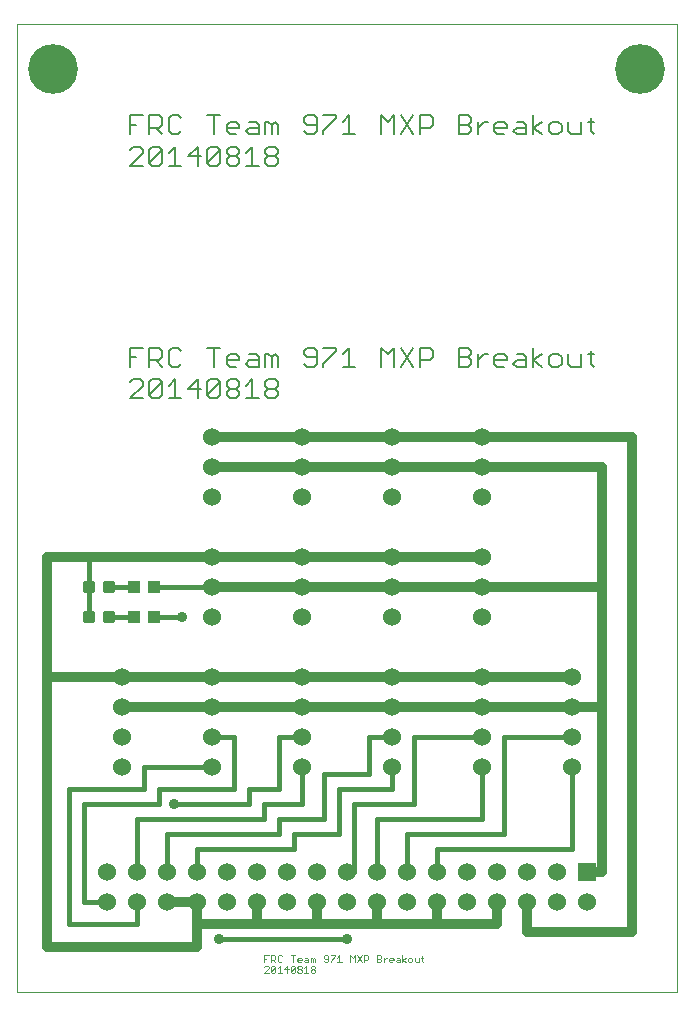
<source format=gtl>
G75*
%MOIN*%
%OFA0B0*%
%FSLAX24Y24*%
%IPPOS*%
%LPD*%
%AMOC8*
5,1,8,0,0,1.08239X$1,22.5*
%
%ADD10C,0.0000*%
%ADD11C,0.0020*%
%ADD12C,0.0060*%
%ADD13C,0.0600*%
%ADD14R,0.0600X0.0600*%
%ADD15C,0.0118*%
%ADD16R,0.0433X0.0394*%
%ADD17C,0.0160*%
%ADD18C,0.0356*%
%ADD19C,0.0320*%
%ADD20C,0.1660*%
D10*
X000100Y000100D02*
X000100Y032350D01*
X022100Y032350D01*
X022100Y000100D01*
X000100Y000100D01*
D11*
X008360Y000735D02*
X008507Y000882D01*
X008507Y000918D01*
X008470Y000955D01*
X008397Y000955D01*
X008360Y000918D01*
X008360Y001095D02*
X008360Y001315D01*
X008507Y001315D01*
X008581Y001315D02*
X008691Y001315D01*
X008728Y001278D01*
X008728Y001205D01*
X008691Y001168D01*
X008581Y001168D01*
X008581Y001095D02*
X008581Y001315D01*
X008654Y001168D02*
X008728Y001095D01*
X008802Y001132D02*
X008839Y001095D01*
X008912Y001095D01*
X008949Y001132D01*
X008949Y001278D02*
X008912Y001315D01*
X008839Y001315D01*
X008802Y001278D01*
X008802Y001132D01*
X008875Y000955D02*
X008875Y000735D01*
X008802Y000735D02*
X008949Y000735D01*
X009023Y000845D02*
X009170Y000845D01*
X009244Y000772D02*
X009391Y000918D01*
X009391Y000772D01*
X009354Y000735D01*
X009281Y000735D01*
X009244Y000772D01*
X009244Y000918D01*
X009281Y000955D01*
X009354Y000955D01*
X009391Y000918D01*
X009465Y000918D02*
X009465Y000882D01*
X009502Y000845D01*
X009575Y000845D01*
X009612Y000808D01*
X009612Y000772D01*
X009575Y000735D01*
X009502Y000735D01*
X009465Y000772D01*
X009465Y000808D01*
X009502Y000845D01*
X009575Y000845D02*
X009612Y000882D01*
X009612Y000918D01*
X009575Y000955D01*
X009502Y000955D01*
X009465Y000918D01*
X009502Y001095D02*
X009465Y001132D01*
X009465Y001205D01*
X009502Y001242D01*
X009575Y001242D01*
X009612Y001205D01*
X009612Y001168D01*
X009465Y001168D01*
X009502Y001095D02*
X009575Y001095D01*
X009686Y001132D02*
X009723Y001168D01*
X009833Y001168D01*
X009833Y001205D02*
X009833Y001095D01*
X009723Y001095D01*
X009686Y001132D01*
X009723Y001242D02*
X009796Y001242D01*
X009833Y001205D01*
X009907Y001242D02*
X009944Y001242D01*
X009980Y001205D01*
X010017Y001242D01*
X010054Y001205D01*
X010054Y001095D01*
X009980Y001095D02*
X009980Y001205D01*
X009907Y001242D02*
X009907Y001095D01*
X009944Y000955D02*
X010017Y000955D01*
X010054Y000918D01*
X010054Y000882D01*
X010017Y000845D01*
X009944Y000845D01*
X009907Y000882D01*
X009907Y000918D01*
X009944Y000955D01*
X009944Y000845D02*
X009907Y000808D01*
X009907Y000772D01*
X009944Y000735D01*
X010017Y000735D01*
X010054Y000772D01*
X010054Y000808D01*
X010017Y000845D01*
X009833Y000735D02*
X009686Y000735D01*
X009759Y000735D02*
X009759Y000955D01*
X009686Y000882D01*
X009317Y001095D02*
X009317Y001315D01*
X009244Y001315D02*
X009391Y001315D01*
X009133Y000955D02*
X009023Y000845D01*
X009133Y000735D02*
X009133Y000955D01*
X008875Y000955D02*
X008802Y000882D01*
X008728Y000918D02*
X008581Y000772D01*
X008618Y000735D01*
X008691Y000735D01*
X008728Y000772D01*
X008728Y000918D01*
X008691Y000955D01*
X008618Y000955D01*
X008581Y000918D01*
X008581Y000772D01*
X008507Y000735D02*
X008360Y000735D01*
X008360Y001205D02*
X008433Y001205D01*
X010349Y001242D02*
X010386Y001205D01*
X010496Y001205D01*
X010496Y001132D02*
X010496Y001278D01*
X010459Y001315D01*
X010386Y001315D01*
X010349Y001278D01*
X010349Y001242D01*
X010349Y001132D02*
X010386Y001095D01*
X010459Y001095D01*
X010496Y001132D01*
X010570Y001132D02*
X010570Y001095D01*
X010570Y001132D02*
X010717Y001278D01*
X010717Y001315D01*
X010570Y001315D01*
X010791Y001242D02*
X010864Y001315D01*
X010864Y001095D01*
X010791Y001095D02*
X010938Y001095D01*
X011233Y001095D02*
X011233Y001315D01*
X011306Y001242D01*
X011380Y001315D01*
X011380Y001095D01*
X011454Y001095D02*
X011601Y001315D01*
X011675Y001315D02*
X011785Y001315D01*
X011822Y001278D01*
X011822Y001205D01*
X011785Y001168D01*
X011675Y001168D01*
X011675Y001095D02*
X011675Y001315D01*
X011454Y001315D02*
X011601Y001095D01*
X012117Y001095D02*
X012227Y001095D01*
X012264Y001132D01*
X012264Y001168D01*
X012227Y001205D01*
X012117Y001205D01*
X012227Y001205D02*
X012264Y001242D01*
X012264Y001278D01*
X012227Y001315D01*
X012117Y001315D01*
X012117Y001095D01*
X012338Y001095D02*
X012338Y001242D01*
X012411Y001242D02*
X012448Y001242D01*
X012411Y001242D02*
X012338Y001168D01*
X012522Y001168D02*
X012669Y001168D01*
X012669Y001205D01*
X012632Y001242D01*
X012559Y001242D01*
X012522Y001205D01*
X012522Y001132D01*
X012559Y001095D01*
X012632Y001095D01*
X012743Y001132D02*
X012780Y001168D01*
X012890Y001168D01*
X012890Y001205D02*
X012890Y001095D01*
X012780Y001095D01*
X012743Y001132D01*
X012780Y001242D02*
X012853Y001242D01*
X012890Y001205D01*
X012964Y001168D02*
X013074Y001242D01*
X013148Y001205D02*
X013148Y001132D01*
X013185Y001095D01*
X013258Y001095D01*
X013295Y001132D01*
X013295Y001205D01*
X013258Y001242D01*
X013185Y001242D01*
X013148Y001205D01*
X013074Y001095D02*
X012964Y001168D01*
X012964Y001095D02*
X012964Y001315D01*
X013369Y001242D02*
X013369Y001132D01*
X013406Y001095D01*
X013516Y001095D01*
X013516Y001242D01*
X013590Y001242D02*
X013663Y001242D01*
X013627Y001278D02*
X013627Y001132D01*
X013663Y001095D01*
D12*
X008712Y019880D02*
X008499Y019880D01*
X008392Y019987D01*
X008392Y020094D01*
X008499Y020200D01*
X008712Y020200D01*
X008819Y020094D01*
X008819Y019987D01*
X008712Y019880D01*
X008712Y020200D02*
X008819Y020307D01*
X008819Y020414D01*
X008712Y020521D01*
X008499Y020521D01*
X008392Y020414D01*
X008392Y020307D01*
X008499Y020200D01*
X008174Y019880D02*
X007747Y019880D01*
X007961Y019880D02*
X007961Y020521D01*
X007747Y020307D01*
X007530Y020307D02*
X007423Y020200D01*
X007210Y020200D01*
X007103Y020307D01*
X007103Y020414D01*
X007210Y020521D01*
X007423Y020521D01*
X007530Y020414D01*
X007530Y020307D01*
X007423Y020200D02*
X007530Y020094D01*
X007530Y019987D01*
X007423Y019880D01*
X007210Y019880D01*
X007103Y019987D01*
X007103Y020094D01*
X007210Y020200D01*
X006885Y019987D02*
X006778Y019880D01*
X006565Y019880D01*
X006458Y019987D01*
X006885Y020414D01*
X006885Y019987D01*
X006885Y020414D02*
X006778Y020521D01*
X006565Y020521D01*
X006458Y020414D01*
X006458Y019987D01*
X006241Y020200D02*
X005814Y020200D01*
X006134Y020521D01*
X006134Y019880D01*
X005596Y019880D02*
X005169Y019880D01*
X005383Y019880D02*
X005383Y020521D01*
X005169Y020307D01*
X004952Y020414D02*
X004952Y019987D01*
X004845Y019880D01*
X004631Y019880D01*
X004525Y019987D01*
X004952Y020414D01*
X004845Y020521D01*
X004631Y020521D01*
X004525Y020414D01*
X004525Y019987D01*
X004307Y019880D02*
X003880Y019880D01*
X004307Y020307D01*
X004307Y020414D01*
X004200Y020521D01*
X003987Y020521D01*
X003880Y020414D01*
X003880Y020930D02*
X003880Y021571D01*
X004307Y021571D01*
X004525Y021571D02*
X004845Y021571D01*
X004952Y021464D01*
X004952Y021250D01*
X004845Y021144D01*
X004525Y021144D01*
X004738Y021144D02*
X004952Y020930D01*
X005169Y021037D02*
X005276Y020930D01*
X005489Y020930D01*
X005596Y021037D01*
X005596Y021464D02*
X005489Y021571D01*
X005276Y021571D01*
X005169Y021464D01*
X005169Y021037D01*
X004525Y020930D02*
X004525Y021571D01*
X004094Y021250D02*
X003880Y021250D01*
X006458Y021571D02*
X006885Y021571D01*
X006672Y021571D02*
X006672Y020930D01*
X007103Y021037D02*
X007103Y021250D01*
X007210Y021357D01*
X007423Y021357D01*
X007530Y021250D01*
X007530Y021144D01*
X007103Y021144D01*
X007103Y021037D02*
X007210Y020930D01*
X007423Y020930D01*
X007747Y021037D02*
X007854Y021144D01*
X008174Y021144D01*
X008174Y021250D02*
X008174Y020930D01*
X007854Y020930D01*
X007747Y021037D01*
X007854Y021357D02*
X008068Y021357D01*
X008174Y021250D01*
X008392Y021357D02*
X008392Y020930D01*
X008605Y020930D02*
X008605Y021250D01*
X008712Y021357D01*
X008819Y021250D01*
X008819Y020930D01*
X008605Y021250D02*
X008499Y021357D01*
X008392Y021357D01*
X009681Y021357D02*
X009788Y021250D01*
X010108Y021250D01*
X010108Y021037D02*
X010108Y021464D01*
X010001Y021571D01*
X009788Y021571D01*
X009681Y021464D01*
X009681Y021357D01*
X009681Y021037D02*
X009788Y020930D01*
X010001Y020930D01*
X010108Y021037D01*
X010325Y021037D02*
X010325Y020930D01*
X010325Y021037D02*
X010753Y021464D01*
X010753Y021571D01*
X010325Y021571D01*
X010970Y021357D02*
X011184Y021571D01*
X011184Y020930D01*
X011397Y020930D02*
X010970Y020930D01*
X012259Y020930D02*
X012259Y021571D01*
X012473Y021357D01*
X012686Y021571D01*
X012686Y020930D01*
X012904Y020930D02*
X013331Y021571D01*
X013548Y021571D02*
X013869Y021571D01*
X013975Y021464D01*
X013975Y021250D01*
X013869Y021144D01*
X013548Y021144D01*
X013548Y020930D02*
X013548Y021571D01*
X012904Y021571D02*
X013331Y020930D01*
X014837Y020930D02*
X015158Y020930D01*
X015264Y021037D01*
X015264Y021144D01*
X015158Y021250D01*
X014837Y021250D01*
X014837Y020930D02*
X014837Y021571D01*
X015158Y021571D01*
X015264Y021464D01*
X015264Y021357D01*
X015158Y021250D01*
X015482Y021144D02*
X015695Y021357D01*
X015802Y021357D01*
X016019Y021250D02*
X016019Y021037D01*
X016126Y020930D01*
X016339Y020930D01*
X016446Y021144D02*
X016019Y021144D01*
X016019Y021250D02*
X016126Y021357D01*
X016339Y021357D01*
X016446Y021250D01*
X016446Y021144D01*
X016664Y021037D02*
X016770Y021144D01*
X017091Y021144D01*
X017091Y021250D02*
X017091Y020930D01*
X016770Y020930D01*
X016664Y021037D01*
X016770Y021357D02*
X016984Y021357D01*
X017091Y021250D01*
X017308Y021144D02*
X017628Y021357D01*
X017845Y021250D02*
X017845Y021037D01*
X017952Y020930D01*
X018166Y020930D01*
X018272Y021037D01*
X018272Y021250D01*
X018166Y021357D01*
X017952Y021357D01*
X017845Y021250D01*
X017628Y020930D02*
X017308Y021144D01*
X017308Y020930D02*
X017308Y021571D01*
X018490Y021357D02*
X018490Y021037D01*
X018597Y020930D01*
X018917Y020930D01*
X018917Y021357D01*
X019134Y021357D02*
X019348Y021357D01*
X019241Y021464D02*
X019241Y021037D01*
X019348Y020930D01*
X015482Y020930D02*
X015482Y021357D01*
X015482Y028680D02*
X015482Y029107D01*
X015482Y028894D02*
X015695Y029107D01*
X015802Y029107D01*
X016019Y029000D02*
X016019Y028787D01*
X016126Y028680D01*
X016339Y028680D01*
X016446Y028894D02*
X016019Y028894D01*
X016019Y029000D02*
X016126Y029107D01*
X016339Y029107D01*
X016446Y029000D01*
X016446Y028894D01*
X016664Y028787D02*
X016770Y028894D01*
X017091Y028894D01*
X017091Y029000D02*
X017091Y028680D01*
X016770Y028680D01*
X016664Y028787D01*
X016770Y029107D02*
X016984Y029107D01*
X017091Y029000D01*
X017308Y028894D02*
X017628Y029107D01*
X017845Y029000D02*
X017845Y028787D01*
X017952Y028680D01*
X018166Y028680D01*
X018272Y028787D01*
X018272Y029000D01*
X018166Y029107D01*
X017952Y029107D01*
X017845Y029000D01*
X017628Y028680D02*
X017308Y028894D01*
X017308Y028680D02*
X017308Y029321D01*
X018490Y029107D02*
X018490Y028787D01*
X018597Y028680D01*
X018917Y028680D01*
X018917Y029107D01*
X019134Y029107D02*
X019348Y029107D01*
X019241Y029214D02*
X019241Y028787D01*
X019348Y028680D01*
X015264Y028787D02*
X015158Y028680D01*
X014837Y028680D01*
X014837Y029321D01*
X015158Y029321D01*
X015264Y029214D01*
X015264Y029107D01*
X015158Y029000D01*
X014837Y029000D01*
X015158Y029000D02*
X015264Y028894D01*
X015264Y028787D01*
X013975Y029000D02*
X013869Y028894D01*
X013548Y028894D01*
X013548Y028680D02*
X013548Y029321D01*
X013869Y029321D01*
X013975Y029214D01*
X013975Y029000D01*
X013331Y028680D02*
X012904Y029321D01*
X012686Y029321D02*
X012686Y028680D01*
X012904Y028680D02*
X013331Y029321D01*
X012686Y029321D02*
X012473Y029107D01*
X012259Y029321D01*
X012259Y028680D01*
X011397Y028680D02*
X010970Y028680D01*
X011184Y028680D02*
X011184Y029321D01*
X010970Y029107D01*
X010753Y029214D02*
X010325Y028787D01*
X010325Y028680D01*
X010108Y028787D02*
X010108Y029214D01*
X010001Y029321D01*
X009788Y029321D01*
X009681Y029214D01*
X009681Y029107D01*
X009788Y029000D01*
X010108Y029000D01*
X010108Y028787D02*
X010001Y028680D01*
X009788Y028680D01*
X009681Y028787D01*
X010325Y029321D02*
X010753Y029321D01*
X010753Y029214D01*
X008819Y029000D02*
X008819Y028680D01*
X008605Y028680D02*
X008605Y029000D01*
X008712Y029107D01*
X008819Y029000D01*
X008605Y029000D02*
X008499Y029107D01*
X008392Y029107D01*
X008392Y028680D01*
X008174Y028680D02*
X008174Y029000D01*
X008068Y029107D01*
X007854Y029107D01*
X007854Y028894D02*
X008174Y028894D01*
X008174Y028680D02*
X007854Y028680D01*
X007747Y028787D01*
X007854Y028894D01*
X007530Y028894D02*
X007103Y028894D01*
X007103Y029000D02*
X007210Y029107D01*
X007423Y029107D01*
X007530Y029000D01*
X007530Y028894D01*
X007423Y028680D02*
X007210Y028680D01*
X007103Y028787D01*
X007103Y029000D01*
X006885Y029321D02*
X006458Y029321D01*
X006672Y029321D02*
X006672Y028680D01*
X006565Y028271D02*
X006778Y028271D01*
X006885Y028164D01*
X006458Y027737D01*
X006565Y027630D01*
X006778Y027630D01*
X006885Y027737D01*
X006885Y028164D01*
X007103Y028164D02*
X007103Y028057D01*
X007210Y027950D01*
X007423Y027950D01*
X007530Y027844D01*
X007530Y027737D01*
X007423Y027630D01*
X007210Y027630D01*
X007103Y027737D01*
X007103Y027844D01*
X007210Y027950D01*
X007423Y027950D02*
X007530Y028057D01*
X007530Y028164D01*
X007423Y028271D01*
X007210Y028271D01*
X007103Y028164D01*
X006565Y028271D02*
X006458Y028164D01*
X006458Y027737D01*
X006241Y027950D02*
X005814Y027950D01*
X006134Y028271D01*
X006134Y027630D01*
X005596Y027630D02*
X005169Y027630D01*
X005383Y027630D02*
X005383Y028271D01*
X005169Y028057D01*
X004952Y028164D02*
X004952Y027737D01*
X004845Y027630D01*
X004631Y027630D01*
X004525Y027737D01*
X004952Y028164D01*
X004845Y028271D01*
X004631Y028271D01*
X004525Y028164D01*
X004525Y027737D01*
X004307Y027630D02*
X003880Y027630D01*
X004307Y028057D01*
X004307Y028164D01*
X004200Y028271D01*
X003987Y028271D01*
X003880Y028164D01*
X003880Y028680D02*
X003880Y029321D01*
X004307Y029321D01*
X004525Y029321D02*
X004845Y029321D01*
X004952Y029214D01*
X004952Y029000D01*
X004845Y028894D01*
X004525Y028894D01*
X004738Y028894D02*
X004952Y028680D01*
X005169Y028787D02*
X005276Y028680D01*
X005489Y028680D01*
X005596Y028787D01*
X005596Y029214D02*
X005489Y029321D01*
X005276Y029321D01*
X005169Y029214D01*
X005169Y028787D01*
X004525Y028680D02*
X004525Y029321D01*
X004094Y029000D02*
X003880Y029000D01*
X007747Y028057D02*
X007961Y028271D01*
X007961Y027630D01*
X008174Y027630D02*
X007747Y027630D01*
X008392Y027737D02*
X008392Y027844D01*
X008499Y027950D01*
X008712Y027950D01*
X008819Y027844D01*
X008819Y027737D01*
X008712Y027630D01*
X008499Y027630D01*
X008392Y027737D01*
X008499Y027950D02*
X008392Y028057D01*
X008392Y028164D01*
X008499Y028271D01*
X008712Y028271D01*
X008819Y028164D01*
X008819Y028057D01*
X008712Y027950D01*
D13*
X009600Y018600D03*
X009600Y017600D03*
X009600Y016600D03*
X009600Y014600D03*
X009600Y013600D03*
X009600Y012600D03*
X009600Y010600D03*
X009600Y009600D03*
X009600Y008600D03*
X009600Y007600D03*
X009100Y004100D03*
X009100Y003100D03*
X008100Y003100D03*
X008100Y004100D03*
X007100Y004100D03*
X007100Y003100D03*
X006100Y003100D03*
X006100Y004100D03*
X005100Y004100D03*
X005100Y003100D03*
X004100Y003100D03*
X004100Y004100D03*
X003100Y004100D03*
X003100Y003100D03*
X003600Y007600D03*
X003600Y008600D03*
X003600Y009600D03*
X003600Y010600D03*
X006600Y010600D03*
X006600Y009600D03*
X006600Y008600D03*
X006600Y007600D03*
X006600Y012600D03*
X006600Y013600D03*
X006600Y014600D03*
X006600Y016600D03*
X006600Y017600D03*
X006600Y018600D03*
X012600Y018600D03*
X012600Y017600D03*
X012600Y016600D03*
X012600Y014600D03*
X012600Y013600D03*
X012600Y012600D03*
X012600Y010600D03*
X012600Y009600D03*
X012600Y008600D03*
X012600Y007600D03*
X012100Y004100D03*
X012100Y003100D03*
X011100Y003100D03*
X011100Y004100D03*
X010100Y004100D03*
X010100Y003100D03*
X013100Y003100D03*
X013100Y004100D03*
X014100Y004100D03*
X014100Y003100D03*
X015100Y003100D03*
X015100Y004100D03*
X016100Y004100D03*
X016100Y003100D03*
X017100Y003100D03*
X017100Y004100D03*
X018100Y004100D03*
X018100Y003100D03*
X019100Y003100D03*
X018600Y007600D03*
X018600Y008600D03*
X018600Y009600D03*
X018600Y010600D03*
X015600Y010600D03*
X015600Y009600D03*
X015600Y008600D03*
X015600Y007600D03*
X015600Y012600D03*
X015600Y013600D03*
X015600Y014600D03*
X015600Y016600D03*
X015600Y017600D03*
X015600Y018600D03*
D14*
X019100Y004100D03*
D15*
X003333Y012462D02*
X003333Y012738D01*
X003333Y012462D02*
X003057Y012462D01*
X003057Y012738D01*
X003333Y012738D01*
X003333Y012579D02*
X003057Y012579D01*
X003057Y012696D02*
X003333Y012696D01*
X003333Y013462D02*
X003333Y013738D01*
X003333Y013462D02*
X003057Y013462D01*
X003057Y013738D01*
X003333Y013738D01*
X003333Y013579D02*
X003057Y013579D01*
X003057Y013696D02*
X003333Y013696D01*
X002643Y013738D02*
X002643Y013462D01*
X002367Y013462D01*
X002367Y013738D01*
X002643Y013738D01*
X002643Y013579D02*
X002367Y013579D01*
X002367Y013696D02*
X002643Y013696D01*
X002643Y012738D02*
X002643Y012462D01*
X002367Y012462D01*
X002367Y012738D01*
X002643Y012738D01*
X002643Y012579D02*
X002367Y012579D01*
X002367Y012696D02*
X002643Y012696D01*
D16*
X004015Y012600D03*
X004685Y012600D03*
X004685Y013600D03*
X004015Y013600D03*
D17*
X003195Y013600D01*
X002505Y013600D02*
X002505Y012600D01*
X003195Y012600D02*
X004015Y012600D01*
X004685Y012600D02*
X005600Y012600D01*
X004685Y013600D02*
X006600Y013600D01*
X006600Y008600D02*
X007350Y008600D01*
X007350Y006850D01*
X004850Y006850D01*
X004850Y006350D01*
X002350Y006350D01*
X002350Y003100D01*
X003100Y003100D01*
X004100Y003100D02*
X004100Y002350D01*
X001850Y002350D01*
X001850Y006850D01*
X004350Y006850D01*
X004350Y007600D01*
X006600Y007600D01*
X007850Y006350D02*
X005350Y006350D01*
X005100Y005350D02*
X005100Y004100D01*
X004100Y004100D02*
X004100Y005850D01*
X008350Y005850D01*
X008350Y006350D01*
X009600Y006350D01*
X009600Y007600D01*
X010350Y007350D02*
X010350Y005850D01*
X008850Y005850D01*
X008850Y005350D01*
X005100Y005350D01*
X006100Y004850D02*
X006100Y004100D01*
X006100Y004850D02*
X009350Y004850D01*
X009350Y005350D01*
X010850Y005350D01*
X010850Y006850D01*
X012600Y006850D01*
X012600Y007600D01*
X011850Y007350D02*
X011850Y008600D01*
X012600Y008600D01*
X013350Y008600D02*
X013350Y006350D01*
X011350Y006350D01*
X011350Y004100D01*
X011100Y004100D01*
X012100Y004100D02*
X012100Y005850D01*
X015600Y005850D01*
X015600Y007600D01*
X015600Y008600D02*
X013350Y008600D01*
X011850Y007350D02*
X010350Y007350D01*
X009600Y008600D02*
X008850Y008600D01*
X008850Y006850D01*
X007850Y006850D01*
X007850Y006350D01*
X006850Y001850D02*
X011100Y001850D01*
X013100Y004100D02*
X013100Y005350D01*
X016350Y005350D01*
X016350Y008600D01*
X018600Y008600D01*
X018600Y007600D02*
X018600Y004850D01*
X014100Y004850D01*
X014100Y004100D01*
X002505Y013600D02*
X002500Y013600D01*
X002500Y014600D01*
D18*
X005600Y012600D03*
X005350Y006350D03*
X006850Y001850D03*
X011100Y001850D03*
D19*
X012100Y002350D02*
X012100Y003100D01*
X012100Y002350D02*
X010100Y002350D01*
X008100Y002350D01*
X008100Y003100D01*
X008100Y002350D02*
X006100Y002350D01*
X006100Y001600D01*
X001100Y001600D01*
X001100Y010600D01*
X006600Y010600D01*
X009600Y010600D01*
X012600Y010600D01*
X003600Y010600D01*
X015600Y010600D01*
X018600Y010600D01*
X018600Y009600D02*
X019600Y009600D01*
X019600Y004100D01*
X019100Y004100D01*
X020600Y002100D02*
X017100Y002100D01*
X017100Y003100D01*
X016100Y003100D02*
X016100Y002350D01*
X014100Y002350D01*
X014100Y003100D01*
X014100Y002350D02*
X012100Y002350D01*
X010100Y002350D02*
X010100Y003100D01*
X006100Y003100D02*
X006100Y002350D01*
X006100Y003100D02*
X005100Y003100D01*
X003600Y009600D02*
X012600Y009600D01*
X009600Y009600D01*
X006600Y009600D01*
X006600Y013600D02*
X009600Y013600D01*
X019600Y013600D01*
X019600Y009600D01*
X018600Y009600D02*
X015600Y009600D01*
X003600Y009600D01*
X001100Y010600D02*
X001100Y014600D01*
X002500Y014600D01*
X012600Y014600D01*
X015600Y014600D01*
X015600Y013600D02*
X012600Y013600D01*
X012600Y014600D02*
X006600Y014600D01*
X009600Y014600D01*
X009600Y013600D02*
X015600Y013600D01*
X015600Y017600D02*
X012600Y017600D01*
X009600Y017600D01*
X009600Y018600D02*
X012600Y018600D01*
X015600Y018600D01*
X006600Y018600D01*
X020600Y018600D01*
X020600Y002100D01*
X019600Y013600D02*
X019600Y017600D01*
X006600Y017600D01*
X015600Y017600D01*
D20*
X020870Y030875D03*
X001330Y030875D03*
M02*

</source>
